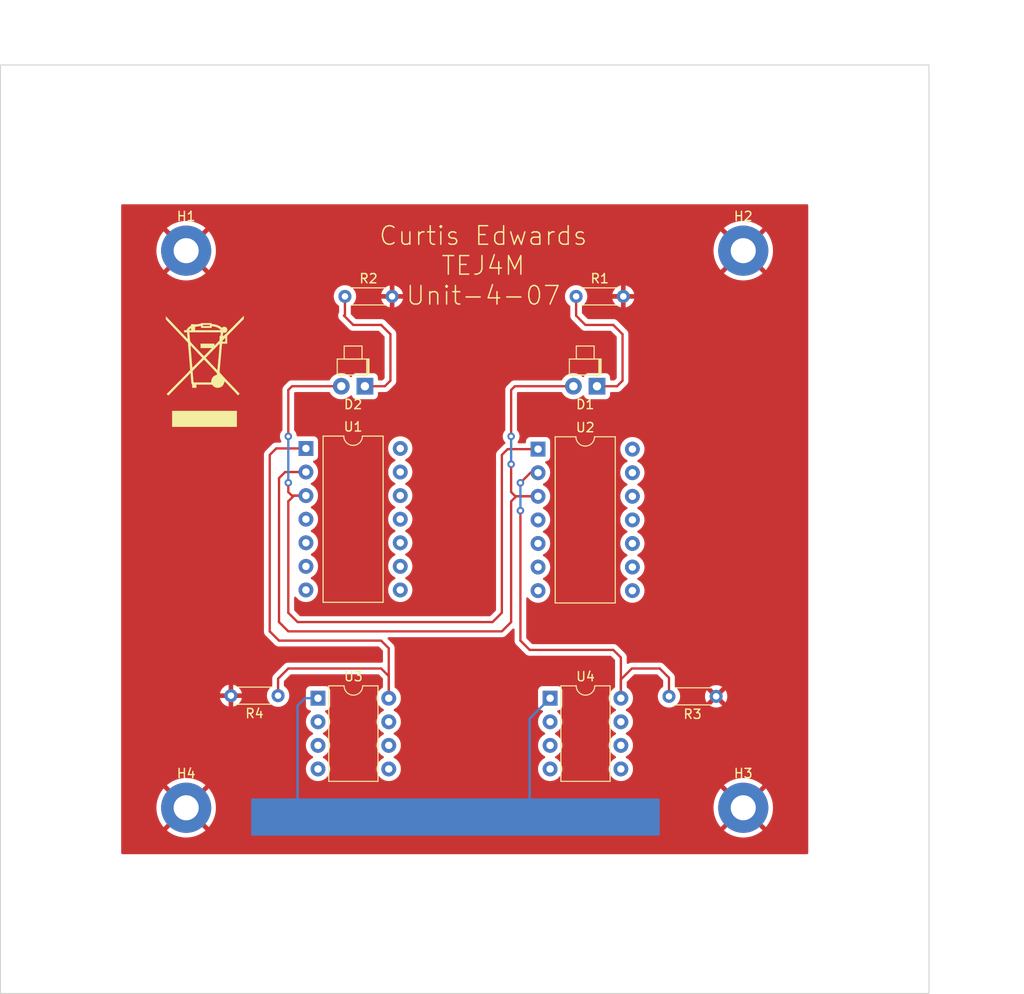
<source format=kicad_pcb>
(kicad_pcb (version 20221018) (generator pcbnew)
  (layers (0 "F.Cu" signal) (31 "B.Cu" signal) (34 "B.Paste" user) (35 "F.Paste" user) (36 "B.SilkS" user "B.Silkscreen") (37 "F.SilkS" user "F.Silkscreen") (38 "B.Mask" user) (39 "F.Mask" user) (44 "Edge.Cuts" user))
  (net 0 "")
  (net 1 "Net-(D2-K)")
  (net 2 "GND")
  (net 3 "Net-(D1-K)")
  (net 4 "Net-(D1-A)")
  (net 5 "Net-(D2-A)")
  (net 6 "Net-(R3-Pad2)")
  (net 7 "Net-(R4-Pad1)")
  (net 8 "+5V")
  (footprint "Resistor_THT:R_Axial_DIN0204_L3.6mm_D1.6mm_P5.08mm_Horizontal" (layer "F.Cu") (at 132 64.925)
    (fp_text reference "R1" (at 2.54 -1.92) (layer "F.SilkS"))
    (fp_text value "R_US")
    (fp_line (start 0.62 -0.92) (end 4.46 -0.92) (stroke (width 0.12)) (layer "F.SilkS"))
    (fp_line (start 0.62 0.92) (end 4.46 0.92) (stroke (width 0.12)) (layer "F.SilkS"))
    (pad "1" thru_hole circle (at 0 0) (size 1.4 1.4) (drill 0.7) (layers "*.Cu" "*.Mask") (net 3 "Net-(D1-K)"))
    (pad "2" thru_hole oval (at 5.08 0) (size 1.4 1.4) (drill 0.7) (layers "*.Cu" "*.Mask") (net 2 "GND"))
  )
  (footprint "Package_DIP:DIP-8_W7.62mm" (layer "F.Cu") (at 129.2 108.2)
    (fp_text reference "U4" (at 3.81 -2.33) (layer "F.SilkS"))
    (fp_text value "ADG417BN")
    (fp_line (start 1.16 -1.33) (end 1.16 8.95) (stroke (width 0.12)) (layer "F.SilkS"))
    (fp_line (start 1.16 8.95) (end 6.46 8.95) (stroke (width 0.12)) (layer "F.SilkS"))
    (fp_line (start 2.81 -1.33) (end 1.16 -1.33) (stroke (width 0.12)) (layer "F.SilkS"))
    (fp_line (start 6.46 -1.33) (end 4.81 -1.33) (stroke (width 0.12)) (layer "F.SilkS"))
    (fp_line (start 6.46 8.95) (end 6.46 -1.33) (stroke (width 0.12)) (layer "F.SilkS"))
    (fp_arc (start 4.81 -1.33) (mid 3.81 -0.33) (end 2.81 -1.33) (stroke (width 0.12)) (layer "F.SilkS"))
    (pad "1" thru_hole rect (at 0 0) (size 1.6 1.6) (drill 0.8) (layers "*.Cu" "*.Mask") (net 8 "+5V"))
    (pad "2" thru_hole oval (at 0 2.54) (size 1.6 1.6) (drill 0.8) (layers "*.Cu" "*.Mask"))
    (pad "3" thru_hole oval (at 0 5.08) (size 1.6 1.6) (drill 0.8) (layers "*.Cu" "*.Mask"))
    (pad "4" thru_hole oval (at 0 7.62) (size 1.6 1.6) (drill 0.8) (layers "*.Cu" "*.Mask"))
    (pad "5" thru_hole oval (at 7.62 7.62) (size 1.6 1.6) (drill 0.8) (layers "*.Cu" "*.Mask"))
    (pad "6" thru_hole oval (at 7.62 5.08) (size 1.6 1.6) (drill 0.8) (layers "*.Cu" "*.Mask"))
    (pad "7" thru_hole oval (at 7.62 2.54) (size 1.6 1.6) (drill 0.8) (layers "*.Cu" "*.Mask"))
    (pad "8" thru_hole oval (at 7.62 0) (size 1.6 1.6) (drill 0.8) (layers "*.Cu" "*.Mask") (net 6 "Net-(R3-Pad2)"))
  )
  (footprint "MountingHole:MountingHole_2.7mm_Pad" (layer "F.Cu") (at 90 120)
    (fp_text reference "H4" (at 0 -3.7) (layer "F.SilkS"))
    (fp_text value "MountingHole_Pad")
    (pad "1" thru_hole circle (at 0 0) (size 5.4 5.4) (drill 2.7) (layers "*.Cu" "*.Mask") (net 2 "GND"))
  )
  (footprint "MountingHole:MountingHole_2.7mm_Pad" (layer "F.Cu") (at 150 60)
    (fp_text reference "H2" (at 0 -3.7) (layer "F.SilkS"))
    (fp_text value "MountingHole_Pad")
    (pad "1" thru_hole circle (at 0 0) (size 5.4 5.4) (drill 2.7) (layers "*.Cu" "*.Mask") (net 2 "GND"))
  )
  (footprint "Package_DIP:DIP-8_W7.62mm" (layer "F.Cu") (at 104.2 108.2)
    (fp_text reference "U3" (at 3.81 -2.33) (layer "F.SilkS"))
    (fp_text value "ADG417BN")
    (fp_line (start 1.16 -1.33) (end 1.16 8.95) (stroke (width 0.12)) (layer "F.SilkS"))
    (fp_line (start 1.16 8.95) (end 6.46 8.95) (stroke (width 0.12)) (layer "F.SilkS"))
    (fp_line (start 2.81 -1.33) (end 1.16 -1.33) (stroke (width 0.12)) (layer "F.SilkS"))
    (fp_line (start 6.46 -1.33) (end 4.81 -1.33) (stroke (width 0.12)) (layer "F.SilkS"))
    (fp_line (start 6.46 8.95) (end 6.46 -1.33) (stroke (width 0.12)) (layer "F.SilkS"))
    (fp_arc (start 4.81 -1.33) (mid 3.81 -0.33) (end 2.81 -1.33) (stroke (width 0.12)) (layer "F.SilkS"))
    (pad "1" thru_hole rect (at 0 0) (size 1.6 1.6) (drill 0.8) (layers "*.Cu" "*.Mask") (net 8 "+5V"))
    (pad "2" thru_hole oval (at 0 2.54) (size 1.6 1.6) (drill 0.8) (layers "*.Cu" "*.Mask"))
    (pad "3" thru_hole oval (at 0 5.08) (size 1.6 1.6) (drill 0.8) (layers "*.Cu" "*.Mask"))
    (pad "4" thru_hole oval (at 0 7.62) (size 1.6 1.6) (drill 0.8) (layers "*.Cu" "*.Mask"))
    (pad "5" thru_hole oval (at 7.62 7.62) (size 1.6 1.6) (drill 0.8) (layers "*.Cu" "*.Mask"))
    (pad "6" thru_hole oval (at 7.62 5.08) (size 1.6 1.6) (drill 0.8) (layers "*.Cu" "*.Mask"))
    (pad "7" thru_hole oval (at 7.62 2.54) (size 1.6 1.6) (drill 0.8) (layers "*.Cu" "*.Mask"))
    (pad "8" thru_hole oval (at 7.62 0) (size 1.6 1.6) (drill 0.8) (layers "*.Cu" "*.Mask") (net 7 "Net-(R4-Pad1)"))
  )
  (footprint "MountingHole:MountingHole_2.7mm_Pad" (layer "F.Cu") (at 90 60)
    (fp_text reference "H1" (at 0 -3.7) (layer "F.SilkS"))
    (fp_text value "MountingHole_Pad")
    (pad "1" thru_hole circle (at 0 0) (size 5.4 5.4) (drill 2.7) (layers "*.Cu" "*.Mask") (net 2 "GND"))
  )
  (footprint "Resistor_THT:R_Axial_DIN0204_L3.6mm_D1.6mm_P5.08mm_Horizontal" (layer "F.Cu") (at 99.9 107.925 180)
    (fp_text reference "R4" (at 2.54 -1.92 180) (layer "F.SilkS"))
    (fp_text value "R_US")
    (fp_line (start 0.62 -0.92) (end 4.46 -0.92) (stroke (width 0.12)) (layer "F.SilkS"))
    (fp_line (start 0.62 0.92) (end 4.46 0.92) (stroke (width 0.12)) (layer "F.SilkS"))
    (pad "1" thru_hole circle (at 0 0 180) (size 1.4 1.4) (drill 0.7) (layers "*.Cu" "*.Mask") (net 7 "Net-(R4-Pad1)"))
    (pad "2" thru_hole oval (at 5.08 0 180) (size 1.4 1.4) (drill 0.7) (layers "*.Cu" "*.Mask") (net 2 "GND"))
  )
  (footprint "Symbol:WEEE-Logo_8.4x12mm_SilkScreen" (layer "F.Cu") (at 92 73)
    (fp_text reference "REF**" hide)
    (fp_text value "WEEE-Logo_8.4x12mm_SilkScreen" hide)
    (fp_poly (pts (xy 3.461372 5.976471) (xy -3.511177 5.976471) (xy -3.511177 4.258235) (xy 3.461372 4.258235) (xy 3.461372 5.976471)) (stroke (width 0.01)) (fill solid) (layer "F.SilkS"))
    (fp_poly (pts (xy 4.207205 -5.812752) (xy 4.205978 -5.640294) (xy 3.311386 -4.731372) (xy 2.416794 -3.822451) (xy 2.41549 -2.988235) (xy 1.870699 -2.988235) (xy 1.856661 -2.882402) (xy 1.851345 -2.834163) (xy 1.842386 -2.743321) (xy 1.830261 -2.615296) (xy 1.81545 -2.455506) (xy 1.798432 -2.26937) (xy 1.779687 -2.062307) (xy 1.759694 -1.839735) (xy 1.738932 -1.607074) (xy 1.71788 -1.369743) (xy 1.697017 -1.13316) (xy 1.676823 -0.902744) (xy 1.657778 -0.683914) (xy 1.640359 -0.482089) (xy 1.625047 -0.302688) (xy 1.612321 -0.15113) (xy 1.602659 -0.032832) (xy 1.596542 0.046784) (xy 1.594449 0.082302) (xy 1.59445 0.082471) (xy 1.609716 0.11097) (xy 1.65557 0.169815) (xy 1.732635 0.259691) (xy 1.841535 0.381283) (xy 1.982895 0.535276) (xy 2.157338 0.722355) (xy 2.365488 0.943204) (xy 2.607968 1.19851) (xy 2.676125 1.27) (xy 3.757075 2.403039) (xy 3.669684 2.490196) (xy 3.582294 2.577353) (xy 3.440902 2.423521) (xy 3.389176 2.367926) (xy 3.308376 2.281953) (xy 3.203833 2.171235) (xy 3.080879 2.041403) (xy 2.944843 1.898089) (xy 2.801059 1.746927) (xy 2.71504 1.656644) (xy 2.553549 1.487509) (xy 2.423017 1.352033) (xy 2.320116 1.247752) (xy 2.241517 1.172203) (xy 2.183892 1.122922) (xy 2.143911 1.097446) (xy 2.118248 1.093311) (xy 2.103573 1.108054) (xy 2.096558 1.139212) (xy 2.093875 1.18432) (xy 2.093515 1.19663) (xy 2.074863 1.281433) (xy 2.028906 1.383934) (xy 1.964819 1.487924) (xy 1.891774 1.577191) (xy 1.862546 1.604766) (xy 1.712578 1.70125) (xy 1.537395 1.755234) (xy 1.382512 1.768039) (xy 1.206986 1.743886) (xy 1.044879 1.673061) (xy 0.901404 1.558017) (xy 0.874932 1.529381) (xy 0.778133 1.419412) (xy -0.896471 1.419412) (xy -0.896471 1.768039) (xy -1.344706 1.768039) (xy -1.344706 1.605168) (xy -1.350331 1.49398) (xy -1.369229 1.416805) (xy -1.392197 1.374825) (xy -1.408607 1.344789) (xy -1.422659 1.301239) (xy -1.435284 1.23772) (xy -1.447413 1.147774) (xy -1.459976 1.024947) (xy -1.473906 0.862782) (xy -1.483444 0.742144) (xy -1.5272 0.176934) (xy -2.601374 1.265085) (xy -2.795595 1.461981) (xy -2.982043 1.651281) (xy -3.15731 1.829506) (xy -3.317989 1.99318) (xy -3.460674 2.138824) (xy -3.581958 2.262962) (xy -3.678434 2.362115) (xy -3.746696 2.432807) (xy -3.783298 2.47152) (xy -3.843432 2.532811) (xy -3.893592 2.575559) (xy -3.920571 2.589804) (xy -3.955032 2.573118) (xy -4.005264 2.531425) (xy -4.022291 2.514447) (xy -4.094488 2.439089) (xy -3.696999 2.035164) (xy -3.595592 1.932266) (xy -3.464833 1.79982) (xy -3.310459 1.643625) (xy -3.138204 1.469478) (xy -2.953806 1.283176) (xy -2.763001 1.090518) (xy -2.571523 0.897301) (xy -2.434167 0.758777) (xy -2.225372 0.547678) (xy -2.049962 0.36896) (xy -1.905692 0.220204) (xy -1.79032 0.098991) (xy -1.701601 0.002903) (xy -1.65763 -0.047273) (xy -1.304531 -0.047273) (xy -1.260323 0.517981) (xy -1.246991 0.683668) (xy -1.234095 0.835185) (xy -1.222364 0.964611) (xy -1.21253 1.064027) (xy -1.205324 1.125515) (xy -1.203005 1.139265) (xy -1.189895 1.195294) (xy 0.690436 1.195294) (xy 0.702988 1.038925) (xy 0.740884 0.854173) (xy 0.820188 0.690742) (xy 0.935899 0.554585) (xy 1.083019 0.451654) (xy 1.248146 0.389866) (xy 1.301716 0.360883) (xy 1.328535 0.29868) (xy 1.329097 0.295937) (xy 1.332315 0.269677) (xy 1.328337 0.242787) (xy 1.313281 0.210279) (xy 1.283264 0.167166) (xy 1.234403 0.108461) (xy 1.162816 0.029174) (xy 1.06462 -0.075681) (xy 0.935932 -0.211093) (xy 0.927617 -0.219814) (xy 0.7892 -0.365163) (xy 0.642043 -0.519979) (xy 0.496259 -0.673603) (xy 0.361958 -0.815377) (xy 0.249253 -0.934645) (xy 0.224118 -0.961308) (xy 0.127762 -1.061847) (xy 0.042166 -1.147885) (xy -0.026527 -1.213504) (xy -0.072172 -1.252786) (xy -0.087497 -1.26142) (xy -0.110352 -1.24335) (xy -0.163799 -1.193781) (xy -0.24363 -1.116838) (xy -0.345636 -1.016649) (xy -0.465608 -0.89734) (xy -0.599337 -0.763038) (xy -0.708636 -0.652411) (xy -1.304531 -0.047273) (xy -1.65763 -0.047273) (xy -1.637292 -0.070481) (xy -1.595148 -0.12358) (xy -1.572927 -0.158811) (xy -1.567983 -0.175127) (xy -1.569856 -0.210734) (xy -1.575546 -0.291331) (xy -1.584685 -0.41228) (xy -1.596904 -0.568942) (xy -1.611836 -0.75668) (xy -1.629113 -0.970854) (xy -1.648365 -1.206828) (xy -1.669225 -1.459964) (xy -1.686037 -1.662271) (xy -1.781157 -2.802901) (xy -1.536398 -2.802901) (xy -1.535344 -2.778286) (xy -1.530386 -2.708959) (xy -1.521922 -2.599829) (xy -1.510352 -2.4558) (xy -1.496072 -2.281781) (xy -1.479483 -2.082678) (xy -1.460981 -1.863396) (xy -1.443225 -1.655203) (xy -1.423113 -1.418984) (xy -1.404379 -1.196) (xy -1.387454 -0.991572) (xy -1.372765 -0.811025) (xy -1.360743 -0.65968) (xy -1.351817 -0.542861) (xy -1.346415 -0.465889) (xy -1.344916 -0.435996) (xy -1.342577 -0.417392) (xy -1.333311 -0.410009) (xy -1.313546 -0.41693) (xy -1.27971 -0.441233) (xy -1.228231 -0.486001) (xy -1.155538 -0.554312) (xy -1.058058 -0.649249) (xy -0.932221 -0.77389) (xy -0.798703 -0.907083) (xy -0.252699 -1.452663) (xy -0.256526 -1.456765) (xy 0.104387 -1.456765) (xy 0.120836 -1.434239) (xy 0.166883 -1.381199) (xy 0.237914 -1.302519) (xy 0.329314 -1.203074) (xy 0.436468 -1.087739) (xy 0.55476 -0.961388) (xy 0.679576 -0.828896) (xy 0.8063 -0.695137) (xy 0.930318 -0.564987) (xy 1.047013 -0.44332) (xy 1.151772 -0.33501) (xy 1.239979 -0.244932) (xy 1.307019 -0.177962) (xy 1.348276 -0.138973) (xy 1.359527 -0.13103) (xy 1.363236 -0.156668) (xy 1.370935 -0.227481) (xy 1.382202 -0.339036) (xy 1.396611 -0.4869) (xy 1.413741 -0.666641) (xy 1.433167 -0.873825) (xy 1.454467 -1.104019) (xy 1.477217 -1.35279) (xy 1.495381 -1.553385) (xy 1.518616 -1.813488) (xy 1.540083 -2.058516) (xy 1.559421 -2.284024) (xy 1.576268 -2.485568) (xy 1.590265 -2.658703) (xy 1.60105 -2.798982) (xy 1.608261 -2.901963) (xy 1.611539 -2.963199) (xy 1.611164 -2.979098) (xy 1.591574 -2.964936) (xy 1.541689 -2.919413) (xy 1.465868 -2.846936) (xy 1.368472 -2.75191) (xy 1.253864 -2.638742) (xy 1.126403 -2.511838) (xy 0.990452 -2.375604) (xy 0.850371 -2.234446) (xy 0.710522 -2.09277) (xy 0.575265 -1.954984) (xy 0.448962 -1.825492) (xy 0.335974 -1.7087) (xy 0.240662 -1.609016) (xy 0.167388 -1.530846) (xy 0.120511 -1.478594) (xy 0.104387 -1.456765) (xy -0.256526 -1.456765) (xy -0.456301 -1.670868) (xy -0.559992 -1.781607) (xy -0.676372 -1.905241) (xy -0.80084 -2.036946) (xy -0.928794 -2.1719) (xy -1.055633 -2.30528) (xy -1.176755 -2.432263) (xy -1.287558 -2.548028) (xy -1.383442 -2.64775) (xy -1.459806 -2.726608) (xy -1.512046 -2.779778) (xy -1.535563 -2.802438) (xy -1.536398 -2.802901) (xy -1.781157 -2.802901) (xy -1.804931 -3.087974) (xy -4.183529 -5.58948) (xy -4.181779 -5.939118) (xy -3.989664 -5.733897) (xy -3.882145 -5.619436) (xy -3.755204 -5.484959) (xy -3.612266 -5.334044) (xy -3.456757 -5.170271) (xy -3.292103 -4.997218) (xy -3.121729 -4.818463) (xy -2.949061 -4.637585) (xy -2.777525 -4.458162) (xy -2.610546 -4.283774) (xy -2.45155 -4.117998) (xy -2.303963 -3.964414) (xy -2.171211 -3.8266) (xy -2.056718 -3.708134) (xy -1.963912 -3.612596) (xy -1.896217 -3.543563) (xy -1.85706 -3.504615) (xy -1.848478 -3.497143) (xy -1.847888 -3.523134) (xy -1.851134 -3.589681) (xy -1.857653 -3.687728) (xy -1.86688 -3.808221) (xy -1.870841 -3.856355) (xy -1.900339 -4.208431) (xy -1.66938 -4.208431) (xy -1.657456 -4.152402) (xy -1.651375 -4.108091) (xy -1.64283 -4.024717) (xy -1.632809 -3.912903) (xy -1.622299 -3.783272) (xy -1.618662 -3.735294) (xy -1.607934 -3.59754) (xy -1.597106 -3.469613) (xy -1.587261 -3.363601) (xy -1.579482 -3.291591) (xy -1.577728 -3.278523) (xy -1.571111 -3.251693) (xy -1.556788 -3.220288) (xy -1.531713 -3.180786) (xy -1.492841 -3.129668) (xy -1.437126 -3.063411) (xy -1.361523 -2.978497) (xy -1.262987 -2.871405) (xy -1.138471 -2.738614) (xy -0.98493 -2.576603) (xy -0.8283 -2.412217) (xy -0.67247 -2.249539) (xy -0.527006 -2.098882) (xy -0.395531 -1.963907) (xy -0.281665 -1.848278) (xy -0.18903 -1.755657) (xy -0.121246 -1.689706) (xy -0.081935 -1.65409) (xy -0.073552 -1.648792) (xy -0.051496 -1.668004) (xy 0.000058 -1.718107) (xy 0.076106 -1.794074) (xy 0.171645 -1.890879) (xy 0.281672 -2.003496) (xy 0.36124 -2.085539) (xy 0.77665 -2.515098) (xy -0.448235 -2.515098) (xy -0.448235 -2.988235) (xy 1.045882 -2.988235) (xy 1.045882 -2.777418) (xy 1.319804 -3.05049) (xy 1.514116 -3.2442) (xy 1.892549 -3.2442) (xy 1.896169 -3.213642) (xy 1.914491 -3.196617) (xy 1.958707 -3.189199) (xy 2.040012 -3.187464) (xy 2.054412 -3.187451) (xy 2.216274 -3.187451) (xy 2.216274 -3.621796) (xy 2.054412 -3.461372) (xy 1.963105 -3.363839) (xy 1.908493 -3.289117) (xy 1.892549 -3.2442) (xy 1.514116 -3.2442) (xy 1.593725 -3.323562) (xy 1.593725 -3.566781) (xy 1.594488 -3.678677) (xy 1.597979 -3.749863) (xy 1.606 -3.789421) (xy 1.620356 -3.806438) (xy 1.642004 -3.81) (xy 1.66608 -3.815229) (xy 1.683875 -3.836195) (xy 1.697541 -3.880814) (xy 1.709228 -3.957003) (xy 1.721089 -4.07268) (xy 1.724896 -4.115049) (xy 1.733137 -4.208431) (xy -1.66938 -4.208431) (xy -1.900339 -4.208431) (xy -2.216275 -4.208431) (xy -2.216275 -4.432549) (xy -2.082013 -4.432549) (xy -2.003486 -4.4347) (xy -1.960817 -4.445081) (xy -1.955597 -4.45126) (xy -1.680593 -4.45126) (xy -1.66612 -4.437145) (xy -1.615986 -4.432788) (xy -1.582151 -4.432549) (xy -1.469216 -4.432549) (xy -1.048064 -4.432549) (xy 1.753245 -4.432549) (xy 1.658496 -4.529581) (xy 1.511336 -4.649319) (xy 1.329207 -4.74167) (xy 1.109023 -4.8079) (xy 0.890245 -4.84453) (xy 0.747059 -4.861621) (xy 0.747059 -4.681569) (xy -0.398431 -4.681569) (xy -0.398431 -4.885839) (xy -0.56652 -4.868803) (xy -0.683963 -4.854426) (xy -0.809091 -4.835367) (xy -0.88402 -4.821755) (xy -1.033431 -4.791743) (xy -1.040748 -4.612146) (xy -1.048064 -4.432549) (xy -1.469216 -4.432549) (xy -1.469216 -4.532157) (xy -1.472508 -4.594557) (xy -1.480733 -4.62924) (xy -1.484048 -4.631765) (xy -1.520914 -4.615792) (xy -1.574774 -4.577043) (xy -1.628769 -4.529268) (xy -1.666038 -4.486219) (xy -1.669358 -4.480621) (xy -1.680593 -4.45126) (xy -1.955597 -4.45126) (xy -1.940115 -4.469584) (xy -1.931758 -4.496276) (xy -1.897648 -4.565544) (xy -1.832136 -4.648815) (xy -1.746493 -4.734413) (xy -1.651991 -4.810661) (xy -1.589917 -4.850375) (xy -1.519205 -4.893845) (xy -1.482956 -4.930362) (xy -1.47022 -4.973422) (xy -1.469241 -4.999069) (xy -1.46924 -5.005294) (xy -0.199216 -5.005294) (xy -0.199216 -4.880784) (xy 0.547843 -4.880784) (xy 0.547843 -5.005294) (xy -0.199216 -5.005294) (xy -1.46924 -5.005294) (xy -1.469216 -5.08) (xy -1.259624 -5.08) (xy -1.163193 -5.077669) (xy -1.088037 -5.071457) (xy -1.046257 -5.062535) (xy -1.041732 -5.058922) (xy -1.01523 -5.053376) (xy -0.950733 -5.055648) (xy -0.859323 -5.065065) (xy -0.796863 -5.07376) (xy -0.683608 -5.090841) (xy -0.58003 -5.106261) (xy -0.502192 -5.117637) (xy -0.479363 -5.120868) (xy -0.419718 -5.13934) (xy -0.398431 -5.168285) (xy -0.391959 -5.180074) (xy -0.368808 -5.189067) (xy -0.323374 -5.195619) (xy -0.250055 -5.200085) (xy -0.143246 -5.202819) (xy 0.002654 -5.204174) (xy 0.174314 -5.20451) (xy 0.357519 -5.204319) (xy 0.496892 -5.203421) (xy 0.598404 -5.201323) (xy 0.668026 -5.197533) (xy 0.711731 -5.191561) (xy 0.735488 -5.182915) (xy 0.745269 -5.171103) (xy 0.747059 -5.15737) (xy 0.762295 -5.113779) (xy 0.812201 -5.088973) (xy 0.903076 -5.080126) (xy 0.919426 -5.08) (xy 1.07332 -5.064124) (xy 1.248109 -5.020421) (xy 1.428032 -4.954776) (xy 1.597324 -4.873073) (xy 1.740223 -4.781199) (xy 1.758731 -4.766642) (xy 1.819056 -4.71928) (xy 1.85478 -4.70031) (xy 1.879728 -4.706443) (xy 1.905336 -4.731744) (xy 1.980972 -4.781305) (xy 2.079409 -4.800331) (xy 2.185412 -4.790436) (xy 2.283746 -4.753237) (xy 2.359176 -4.690349) (xy 2.364639 -4.683039) (xy 2.421081 -4.565646) (xy 2.431582 -4.444131) (xy 2.397301 -4.328293) (xy 2.319396 -4.227932) (xy 2.30987 -4.219645) (xy 2.254558 -4.180278) (xy 2.198438 -4.162942) (xy 2.119541 -4.16169) (xy 2.099832 -4.1628) (xy 2.022638 -4.165633) (xy 1.982876 -4.159143) (xy 1.968481 -4.139559) (xy 1.967004 -4.121274) (xy 1.963987 -4.068232) (xy 1.9565 -3.988461) (xy 1.951119 -3.940735) (xy 1.943314 -3.864931) (xy 1.94656 -3.826126) (xy 1.965383 -3.811942) (xy 1.998911 -3.81) (xy 2.018796 -3.816413) (xy 2.050874 -3.837169) (xy 2.097522 -3.874544) (xy 2.161118 -3.930811) (xy 2.244038 -4.008245) (xy 2.34866 -4.109122) (xy 2.477361 -4.235717) (xy 2.632518 -4.390304) (xy 2.816508 -4.575158) (xy 3.031709 -4.792554) (xy 3.135419 -4.897605) (xy 4.208431 -5.985209) (xy 4.207205 -5.812752)) (stroke (width 0.01)) (fill solid) (layer "F.SilkS"))
  )
  (footprint "MountingHole:MountingHole_2.7mm_Pad" (layer "F.Cu") (at 150 120)
    (fp_text reference "H3" (at 0 -3.7) (layer "F.SilkS"))
    (fp_text value "MountingHole_Pad")
    (pad "1" thru_hole circle (at 0 0) (size 5.4 5.4) (drill 2.7) (layers "*.Cu" "*.Mask") (net 2 "GND"))
  )
  (footprint "Package_DIP:DIP-14_W10.16mm" (layer "F.Cu") (at 127.9 81.375)
    (fp_text reference "U2" (at 5.08 -2.33) (layer "F.SilkS"))
    (fp_text value "4001")
    (fp_line (start 1.845 -1.33) (end 1.845 16.57) (stroke (width 0.12)) (layer "F.SilkS"))
    (fp_line (start 1.845 16.57) (end 8.315 16.57) (stroke (width 0.12)) (layer "F.SilkS"))
    (fp_line (start 4.08 -1.33) (end 1.845 -1.33) (stroke (width 0.12)) (layer "F.SilkS"))
    (fp_line (start 8.315 -1.33) (end 6.08 -1.33) (stroke (width 0.12)) (layer "F.SilkS"))
    (fp_line (start 8.315 16.57) (end 8.315 -1.33) (stroke (width 0.12)) (layer "F.SilkS"))
    (fp_arc (start 6.08 -1.33) (mid 5.08 -0.33) (end 4.08 -1.33) (stroke (width 0.12)) (layer "F.SilkS"))
    (pad "1" thru_hole rect (at 0 0) (size 1.6 1.6) (drill 0.8) (layers "*.Cu" "*.Mask") (net 5 "Net-(D2-A)"))
    (pad "2" thru_hole oval (at 0 2.54) (size 1.6 1.6) (drill 0.8) (layers "*.Cu" "*.Mask") (net 6 "Net-(R3-Pad2)"))
    (pad "3" thru_hole oval (at 0 5.08) (size 1.6 1.6) (drill 0.8) (layers "*.Cu" "*.Mask") (net 4 "Net-(D1-A)"))
    (pad "4" thru_hole oval (at 0 7.62) (size 1.6 1.6) (drill 0.8) (layers "*.Cu" "*.Mask"))
    (pad "5" thru_hole oval (at 0 10.16) (size 1.6 1.6) (drill 0.8) (layers "*.Cu" "*.Mask"))
    (pad "6" thru_hole oval (at 0 12.7) (size 1.6 1.6) (drill 0.8) (layers "*.Cu" "*.Mask"))
    (pad "7" thru_hole oval (at 0 15.24) (size 1.6 1.6) (drill 0.8) (layers "*.Cu" "*.Mask"))
    (pad "8" thru_hole oval (at 10.16 15.24) (size 1.6 1.6) (drill 0.8) (layers "*.Cu" "*.Mask"))
    (pad "9" thru_hole oval (at 10.16 12.7) (size 1.6 1.6) (drill 0.8) (layers "*.Cu" "*.Mask"))
    (pad "10" thru_hole oval (at 10.16 10.16) (size 1.6 1.6) (drill 0.8) (layers "*.Cu" "*.Mask"))
    (pad "11" thru_hole oval (at 10.16 7.62) (size 1.6 1.6) (drill 0.8) (layers "*.Cu" "*.Mask"))
    (pad "12" thru_hole oval (at 10.16 5.08) (size 1.6 1.6) (drill 0.8) (layers "*.Cu" "*.Mask"))
    (pad "13" thru_hole oval (at 10.16 2.54) (size 1.6 1.6) (drill 0.8) (layers "*.Cu" "*.Mask"))
    (pad "14" thru_hole oval (at 10.16 0) (size 1.6 1.6) (drill 0.8) (layers "*.Cu" "*.Mask"))
  )
  (footprint "Resistor_THT:R_Axial_DIN0204_L3.6mm_D1.6mm_P5.08mm_Horizontal" (layer "F.Cu") (at 147.08 108 180)
    (fp_text reference "R3" (at 2.54 -1.92 180) (layer "F.SilkS"))
    (fp_text value "R_US")
    (fp_line (start 0.62 -0.92) (end 4.46 -0.92) (stroke (width 0.12)) (layer "F.SilkS"))
    (fp_line (start 0.62 0.92) (end 4.46 0.92) (stroke (width 0.12)) (layer "F.SilkS"))
    (pad "1" thru_hole circle (at 0 0 180) (size 1.4 1.4) (drill 0.7) (layers "*.Cu" "*.Mask") (net 2 "GND"))
    (pad "2" thru_hole oval (at 5.08 0 180) (size 1.4 1.4) (drill 0.7) (layers "*.Cu" "*.Mask") (net 6 "Net-(R3-Pad2)"))
  )
  (footprint "Resistor_THT:R_Axial_DIN0204_L3.6mm_D1.6mm_P5.08mm_Horizontal" (layer "F.Cu") (at 107.1 64.925)
    (fp_text reference "R2" (at 2.54 -1.92) (layer "F.SilkS"))
    (fp_text value "R_US")
    (fp_line (start 0.62 -0.92) (end 4.46 -0.92) (stroke (width 0.12)) (layer "F.SilkS"))
    (fp_line (start 0.62 0.92) (end 4.46 0.92) (stroke (width 0.12)) (layer "F.SilkS"))
    (pad "1" thru_hole circle (at 0 0) (size 1.4 1.4) (drill 0.7) (layers "*.Cu" "*.Mask") (net 1 "Net-(D2-K)"))
    (pad "2" thru_hole oval (at 5.08 0) (size 1.4 1.4) (drill 0.7) (layers "*.Cu" "*.Mask") (net 2 "GND"))
  )
  (footprint "LED_THT:LED_D1.8mm_W1.8mm_H2.4mm_Horizontal_O1.27mm_Z1.6mm" (layer "F.Cu") (at 109.25 74.6 180)
    (fp_text reference "D2" (at 1.27 -1.96) (layer "F.SilkS"))
    (fp_text value "LED")
    (fp_line (start -0.44 1.21) (end -0.44 2.93) (stroke (width 0.12)) (layer "F.SilkS"))
    (fp_line (start -0.44 2.93) (end 2.98 2.93) (stroke (width 0.12)) (layer "F.SilkS"))
    (fp_line (start -0.32 1.21) (end -0.32 2.93) (stroke (width 0.12)) (layer "F.SilkS"))
    (fp_line (start -0.2 1.21) (end -0.2 2.93) (stroke (width 0.12)) (layer "F.SilkS"))
    (fp_line (start 0 1.08) (end 0 1.08) (stroke (width 0.12)) (layer "F.SilkS"))
    (fp_line (start 0 1.08) (end 0 1.21) (stroke (width 0.12)) (layer "F.SilkS"))
    (fp_line (start 0 1.21) (end 0 1.08) (stroke (width 0.12)) (layer "F.SilkS"))
    (fp_line (start 0 1.21) (end 0 1.21) (stroke (width 0.12)) (layer "F.SilkS"))
    (fp_line (start 0.31 2.93) (end 0.31 4.33) (stroke (width 0.12)) (layer "F.SilkS"))
    (fp_line (start 0.31 4.33) (end 2.23 4.33) (stroke (width 0.12)) (layer "F.SilkS"))
    (fp_line (start 2.23 2.93) (end 0.31 2.93) (stroke (width 0.12)) (layer "F.SilkS"))
    (fp_line (start 2.23 4.33) (end 2.23 2.93) (stroke (width 0.12)) (layer "F.SilkS"))
    (fp_line (start 2.54 1.08) (end 2.54 1.08) (stroke (width 0.12)) (layer "F.SilkS"))
    (fp_line (start 2.54 1.08) (end 2.54 1.21) (stroke (width 0.12)) (layer "F.SilkS"))
    (fp_line (start 2.54 1.21) (end 2.54 1.08) (stroke (width 0.12)) (layer "F.SilkS"))
    (fp_line (start 2.54 1.21) (end 2.54 1.21) (stroke (width 0.12)) (layer "F.SilkS"))
    (fp_line (start 2.98 1.21) (end -0.44 1.21) (stroke (width 0.12)) (layer "F.SilkS"))
    (fp_line (start 2.98 2.93) (end 2.98 1.21) (stroke (width 0.12)) (layer "F.SilkS"))
    (pad "1" thru_hole rect (at 0 0 180) (size 1.8 1.8) (drill 0.9) (layers "*.Cu" "*.Mask") (net 1 "Net-(D2-K)"))
    (pad "2" thru_hole circle (at 2.54 0 180) (size 1.8 1.8) (drill 0.9) (layers "*.Cu" "*.Mask") (net 5 "Net-(D2-A)"))
  )
  (footprint "LED_THT:LED_D1.8mm_W1.8mm_H2.4mm_Horizontal_O1.27mm_Z1.6mm" (layer "F.Cu") (at 134.25 74.6 180)
    (fp_text reference "D1" (at 1.27 -1.96) (layer "F.SilkS"))
    (fp_text value "LED")
    (fp_line (start -0.44 1.21) (end -0.44 2.93) (stroke (width 0.12)) (layer "F.SilkS"))
    (fp_line (start -0.44 2.93) (end 2.98 2.93) (stroke (width 0.12)) (layer "F.SilkS"))
    (fp_line (start -0.32 1.21) (end -0.32 2.93) (stroke (width 0.12)) (layer "F.SilkS"))
    (fp_line (start -0.2 1.21) (end -0.2 2.93) (stroke (width 0.12)) (layer "F.SilkS"))
    (fp_line (start 0 1.08) (end 0 1.08) (stroke (width 0.12)) (layer "F.SilkS"))
    (fp_line (start 0 1.08) (end 0 1.21) (stroke (width 0.12)) (layer "F.SilkS"))
    (fp_line (start 0 1.21) (end 0 1.08) (stroke (width 0.12)) (layer "F.SilkS"))
    (fp_line (start 0 1.21) (end 0 1.21) (stroke (width 0.12)) (layer "F.SilkS"))
    (fp_line (start 0.31 2.93) (end 0.31 4.33) (stroke (width 0.12)) (layer "F.SilkS"))
    (fp_line (start 0.31 4.33) (end 2.23 4.33) (stroke (width 0.12)) (layer "F.SilkS"))
    (fp_line (start 2.23 2.93) (end 0.31 2.93) (stroke (width 0.12)) (layer "F.SilkS"))
    (fp_line (start 2.23 4.33) (end 2.23 2.93) (stroke (width 0.12)) (layer "F.SilkS"))
    (fp_line (start 2.54 1.08) (end 2.54 1.08) (stroke (width 0.12)) (layer "F.SilkS"))
    (fp_line (start 2.54 1.08) (end 2.54 1.21) (stroke (width 0.12)) (layer "F.SilkS"))
    (fp_line (start 2.54 1.21) (end 2.54 1.08) (stroke (width 0.12)) (layer "F.SilkS"))
    (fp_line (start 2.54 1.21) (end 2.54 1.21) (stroke (width 0.12)) (layer "F.SilkS"))
    (fp_line (start 2.98 1.21) (end -0.44 1.21) (stroke (width 0.12)) (layer "F.SilkS"))
    (fp_line (start 2.98 2.93) (end 2.98 1.21) (stroke (width 0.12)) (layer "F.SilkS"))
    (pad "1" thru_hole rect (at 0 0 180) (size 1.8 1.8) (drill 0.9) (layers "*.Cu" "*.Mask") (net 3 "Net-(D1-K)"))
    (pad "2" thru_hole circle (at 2.54 0 180) (size 1.8 1.8) (drill 0.9) (layers "*.Cu" "*.Mask") (net 4 "Net-(D1-A)"))
  )
  (footprint "Package_DIP:DIP-14_W10.16mm" (layer "F.Cu") (at 102.9 81.3)
    (fp_text reference "U1" (at 5.08 -2.33) (layer "F.SilkS"))
    (fp_text value "4001")
    (fp_line (start 1.845 -1.33) (end 1.845 16.57) (stroke (width 0.12)) (layer "F.SilkS"))
    (fp_line (start 1.845 16.57) (end 8.315 16.57) (stroke (width 0.12)) (layer "F.SilkS"))
    (fp_line (start 4.08 -1.33) (end 1.845 -1.33) (stroke (width 0.12)) (layer "F.SilkS"))
    (fp_line (start 8.315 -1.33) (end 6.08 -1.33) (stroke (width 0.12)) (layer "F.SilkS"))
    (fp_line (start 8.315 16.57) (end 8.315 -1.33) (stroke (width 0.12)) (layer "F.SilkS"))
    (fp_arc (start 6.08 -1.33) (mid 5.08 -0.33) (end 4.08 -1.33) (stroke (width 0.12)) (layer "F.SilkS"))
    (pad "1" thru_hole rect (at 0 0) (size 1.6 1.6) (drill 0.8) (layers "*.Cu" "*.Mask") (net 7 "Net-(R4-Pad1)"))
    (pad "2" thru_hole oval (at 0 2.54) (size 1.6 1.6) (drill 0.8) (layers "*.Cu" "*.Mask") (net 4 "Net-(D1-A)"))
    (pad "3" thru_hole oval (at 0 5.08) (size 1.6 1.6) (drill 0.8) (layers "*.Cu" "*.Mask") (net 5 "Net-(D2-A)"))
    (pad "4" thru_hole oval (at 0 7.62) (size 1.6 1.6) (drill 0.8) (layers "*.Cu" "*.Mask"))
    (pad "5" thru_hole oval (at 0 10.16) (size 1.6 1.6) (drill 0.8) (layers "*.Cu" "*.Mask"))
    (pad "6" thru_hole oval (at 0 12.7) (size 1.6 1.6) (drill 0.8) (layers "*.Cu" "*.Mask"))
    (pad "7" thru_hole oval (at 0 15.24) (size 1.6 1.6) (drill 0.8) (layers "*.Cu" "*.Mask"))
    (pad "8" thru_hole oval (at 10.16 15.24) (size 1.6 1.6) (drill 0.8) (layers "*.Cu" "*.Mask"))
    (pad "9" thru_hole oval (at 10.16 12.7) (size 1.6 1.6) (drill 0.8) (layers "*.Cu" "*.Mask"))
    (pad "10" thru_hole oval (at 10.16 10.16) (size 1.6 1.6) (drill 0.8) (layers "*.Cu" "*.Mask"))
    (pad "11" thru_hole oval (at 10.16 7.62) (size 1.6 1.6) (drill 0.8) (layers "*.Cu" "*.Mask"))
    (pad "12" thru_hole oval (at 10.16 5.08) (size 1.6 1.6) (drill 0.8) (layers "*.Cu" "*.Mask"))
    (pad "13" thru_hole oval (at 10.16 2.54) (size 1.6 1.6) (drill 0.8) (layers "*.Cu" "*.Mask"))
    (pad "14" thru_hole oval (at 10.16 0) (size 1.6 1.6) (drill 0.8) (layers "*.Cu" "*.Mask"))
  )
  (gr_rect (start 70 40) (end 170 140) (stroke (width 0.1)) (fill none) (layer "Edge.Cuts"))
  (gr_text "Curtis Edwards\nTEJ4M\nUnit-4-07" (at 122 66) (layer "F.SilkS") (effects (font (size 2 2)) (justify bottom)))
  (segment (start 111.4 74.6) (end 112 74) (width 0.25) (layer "F.Cu") (net 1))
  (segment (start 112 69) (end 111 68) (width 0.25) (layer "F.Cu") (net 1))
  (segment (start 111 68) (end 108 68) (width 0.25) (layer "F.Cu") (net 1))
  (segment (start 109.25 74.6) (end 111.4 74.6) (width 0.25) (layer "F.Cu") (net 1))
  (segment (start 107.1 66.9) (end 107.1 64.925) (width 0.25) (layer "F.Cu") (net 1))
  (segment (start 112 74) (end 112 69) (width 0.25) (layer "F.Cu") (net 1))
  (segment (start 107 67) (end 107.1 66.9) (width 0.25) (layer "F.Cu") (net 1))
  (segment (start 108 68) (end 107 67) (width 0.25) (layer "F.Cu") (net 1))
  (segment (start 134.25 74.6) (end 136.4 74.6) (width 0.25) (layer "F.Cu") (net 3))
  (segment (start 137 69) (end 136 68) (width 0.25) (layer "F.Cu") (net 3))
  (segment (start 136 68) (end 133 68) (width 0.25) (layer "F.Cu") (net 3))
  (segment (start 137 74) (end 137 69) (width 0.25) (layer "F.Cu") (net 3))
  (segment (start 136.4 74.6) (end 137 74) (width 0.25) (layer "F.Cu") (net 3))
  (segment (start 133 68) (end 132 67) (width 0.25) (layer "F.Cu") (net 3))
  (segment (start 132 67) (end 132 64.925) (width 0.25) (layer "F.Cu") (net 3))
  (segment (start 125 87) (end 125.545 86.455) (width 0.25) (layer "F.Cu") (net 4))
  (segment (start 100 84.5) (end 100 100) (width 0.25) (layer "F.Cu") (net 4))
  (segment (start 125.545 86.455) (end 127.9 86.455) (width 0.25) (layer "F.Cu") (net 4))
  (segment (start 125.4 74.6) (end 131.71 74.6) (width 0.25) (layer "F.Cu") (net 4))
  (segment (start 125 75) (end 125.4 74.6) (width 0.25) (layer "F.Cu") (net 4))
  (segment (start 100 100) (end 101 101) (width 0.25) (layer "F.Cu") (net 4))
  (segment (start 102.9 83.84) (end 100.66 83.84) (width 0.25) (layer "F.Cu") (net 4))
  (segment (start 124 101) (end 125 100) (width 0.25) (layer "F.Cu") (net 4))
  (segment (start 125.455 86.455) (end 125 86) (width 0.25) (layer "F.Cu") (net 4))
  (segment (start 100.66 83.84) (end 100 84.5) (width 0.25) (layer "F.Cu") (net 4))
  (segment (start 125 86) (end 125 83) (width 0.25) (layer "F.Cu") (net 4))
  (segment (start 127.9 86.455) (end 125.455 86.455) (width 0.25) (layer "F.Cu") (net 4))
  (segment (start 125 100) (end 125 87) (width 0.25) (layer "F.Cu") (net 4))
  (segment (start 101 101) (end 124 101) (width 0.25) (layer "F.Cu") (net 4))
  (segment (start 125 80) (end 125 75) (width 0.25) (layer "F.Cu") (net 4))
  (via (at 125 80) (size 0.8) (drill 0.4) (layers "F.Cu" "B.Cu") (net 4))
  (via (at 125 83) (size 0.8) (drill 0.4) (layers "F.Cu" "B.Cu") (net 4))
  (segment (start 125 83) (end 125 80) (width 0.25) (layer "B.Cu") (net 4))
  (segment (start 124.625 81.375) (end 124 82) (width 0.25) (layer "F.Cu") (net 5))
  (segment (start 102.9 86.38) (end 101.38 86.38) (width 0.25) (layer "F.Cu") (net 5))
  (segment (start 101 80) (end 101 75) (width 0.25) (layer "F.Cu") (net 5))
  (segment (start 101.62 86.38) (end 102.9 86.38) (width 0.25) (layer "F.Cu") (net 5))
  (segment (start 101 75) (end 101.4 74.6) (width 0.25) (layer "F.Cu") (net 5))
  (segment (start 124 82) (end 124 99) (width 0.25) (layer "F.Cu") (net 5))
  (segment (start 101 87) (end 101.62 86.38) (width 0.25) (layer "F.Cu") (net 5))
  (segment (start 102 100) (end 101 99) (width 0.25) (layer "F.Cu") (net 5))
  (segment (start 127.9 81.375) (end 124.625 81.375) (width 0.25) (layer "F.Cu") (net 5))
  (segment (start 101 86) (end 101 85) (width 0.25) (layer "F.Cu") (net 5))
  (segment (start 123 100) (end 102 100) (width 0.25) (layer "F.Cu") (net 5))
  (segment (start 124 99) (end 123 100) (width 0.25) (layer "F.Cu") (net 5))
  (segment (start 101.4 74.6) (end 106.71 74.6) (width 0.25) (layer "F.Cu") (net 5))
  (segment (start 101 99) (end 101 87) (width 0.25) (layer "F.Cu") (net 5))
  (segment (start 101.38 86.38) (end 101 86) (width 0.25) (layer "F.Cu") (net 5))
  (via (at 101 80) (size 0.8) (drill 0.4) (layers "F.Cu" "B.Cu") (net 5))
  (via (at 101 85) (size 0.8) (drill 0.4) (layers "F.Cu" "B.Cu") (net 5))
  (segment (start 101 85) (end 101 80) (width 0.25) (layer "B.Cu") (net 5))
  (segment (start 126 85) (end 127.085 83.915) (width 0.25) (layer "F.Cu") (net 6))
  (segment (start 126 88) (end 126 102) (width 0.25) (layer "F.Cu") (net 6))
  (segment (start 127 103) (end 136 103) (width 0.25) (layer "F.Cu") (net 6))
  (segment (start 127.085 83.915) (end 127.9 83.915) (width 0.25) (layer "F.Cu") (net 6))
  (segment (start 136.82 103.82) (end 136.82 108.2) (width 0.25) (layer "F.Cu") (net 6))
  (segment (start 138 105) (end 141 105) (width 0.25) (layer "F.Cu") (net 6))
  (segment (start 126 102) (end 127 103) (width 0.25) (layer "F.Cu") (net 6))
  (segment (start 141 105) (end 142 106) (width 0.25) (layer "F.Cu") (net 6))
  (segment (start 136 103) (end 136.82 103.82) (width 0.25) (layer "F.Cu") (net 6))
  (segment (start 136.82 108.2) (end 136.82 106.18) (width 0.25) (layer "F.Cu") (net 6))
  (segment (start 142 106) (end 142 107.925) (width 0.25) (layer "F.Cu") (net 6))
  (segment (start 136.82 106.18) (end 138 105) (width 0.25) (layer "F.Cu") (net 6))
  (via (at 126 85) (size 0.8) (drill 0.4) (layers "F.Cu" "B.Cu") (net 6))
  (via (at 126 88) (size 0.8) (drill 0.4) (layers "F.Cu" "B.Cu") (net 6))
  (segment (start 126 88) (end 126 85) (width 0.25) (layer "B.Cu") (net 6))
  (segment (start 99.9 106.1) (end 99.9 107.925) (width 0.25) (layer "F.Cu") (net 7))
  (segment (start 101 105) (end 99.9 106.1) (width 0.25) (layer "F.Cu") (net 7))
  (segment (start 99 82) (end 99.7 81.3) (width 0.25) (layer "F.Cu") (net 7))
  (segment (start 111.82 102.82) (end 111 102) (width 0.25) (layer "F.Cu") (net 7))
  (segment (start 111.82 108.2) (end 111.82 105.82) (width 0.25) (layer "F.Cu") (net 7))
  (segment (start 111 102) (end 100 102) (width 0.25) (layer "F.Cu") (net 7))
  (segment (start 111 105) (end 101 105) (width 0.25) (layer "F.Cu") (net 7))
  (segment (start 111.82 105.82) (end 111 105) (width 0.25) (layer "F.Cu") (net 7))
  (segment (start 99.7 81.3) (end 102.9 81.3) (width 0.25) (layer "F.Cu") (net 7))
  (segment (start 100 102) (end 99 101) (width 0.25) (layer "F.Cu") (net 7))
  (segment (start 99 101) (end 99 82) (width 0.25) (layer "F.Cu") (net 7))
  (segment (start 111.82 108.2) (end 111.82 102.82) (width 0.25) (layer "F.Cu") (net 7))
  (segment (start 102.8 108.2) (end 102 109) (width 0.25) (layer "B.Cu") (net 8))
  (segment (start 102 109) (end 102 122) (width 0.25) (layer "B.Cu") (net 8))
  (segment (start 129.2 108.2) (end 127 110.4) (width 0.25) (layer "B.Cu") (net 8))
  (segment (start 104.2 108.2) (end 102.8 108.2) (width 0.25) (layer "B.Cu") (net 8))
  (segment (start 127 110.4) (end 127 122) (width 0.25) (layer "B.Cu") (net 8))
  (zone (net 2) (net_name "GND") (layer "F.Cu") (connect_pads (clearance 0.5)) (min_thickness 0.25) (fill yes (thermal_gap 0.5) (thermal_bridge_width 0.5))
    (polygon (pts (xy 83 125) (xy 157 125) (xy 157 55) (xy 83 55)))
  )
  (zone (net 8) (net_name "+5V") (layer "B.Cu") (priority 1) (connect_pads (clearance 0.5)) (min_thickness 0.25) (fill yes (thermal_gap 0.5) (thermal_bridge_width 0.5))
    (polygon (pts (xy 97 119) (xy 141 119) (xy 141 123) (xy 97 123)))
  )
)
</source>
